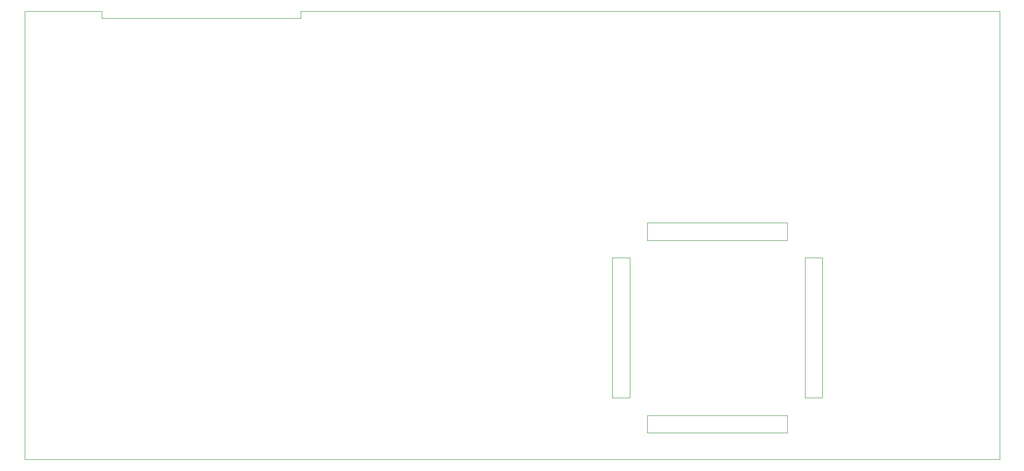
<source format=gbr>
G04 #@! TF.FileFunction,Profile,NP*
%FSLAX46Y46*%
G04 Gerber Fmt 4.6, Leading zero omitted, Abs format (unit mm)*
G04 Created by KiCad (PCBNEW (2015-12-09 BZR 6195)-product) date Sun Feb 12 20:49:41 2017*
%MOMM*%
G01*
G04 APERTURE LIST*
%ADD10C,0.100000*%
G04 APERTURE END LIST*
D10*
X204470000Y-165100000D02*
X190500000Y-165100000D01*
X240538000Y-166370000D02*
X240538000Y-165100000D01*
X204470000Y-166370000D02*
X240538000Y-166370000D01*
X204470000Y-165100000D02*
X204470000Y-166370000D01*
X331978000Y-209804000D02*
X331978000Y-235204000D01*
X335153000Y-209804000D02*
X331978000Y-209804000D01*
X335153000Y-235204000D02*
X335153000Y-209804000D01*
X331978000Y-235204000D02*
X335153000Y-235204000D01*
X328803000Y-241554000D02*
X303403000Y-241554000D01*
X328803000Y-238379000D02*
X328803000Y-241554000D01*
X303403000Y-238379000D02*
X328803000Y-238379000D01*
X303403000Y-241554000D02*
X303403000Y-238379000D01*
X328803000Y-206629000D02*
X303403000Y-206629000D01*
X328803000Y-203454000D02*
X328803000Y-206629000D01*
X303403000Y-203454000D02*
X328803000Y-203454000D01*
X303403000Y-206629000D02*
X303403000Y-203454000D01*
X297053000Y-209804000D02*
X297053000Y-235204000D01*
X300228000Y-209804000D02*
X297053000Y-209804000D01*
X300228000Y-235204000D02*
X300228000Y-209804000D01*
X297053000Y-235204000D02*
X300228000Y-235204000D01*
X190500000Y-165100000D02*
X190500000Y-246380000D01*
X367284000Y-165100000D02*
X240538000Y-165100000D01*
X367284000Y-246380000D02*
X367284000Y-165100000D01*
X190500000Y-246380000D02*
X367284000Y-246380000D01*
M02*

</source>
